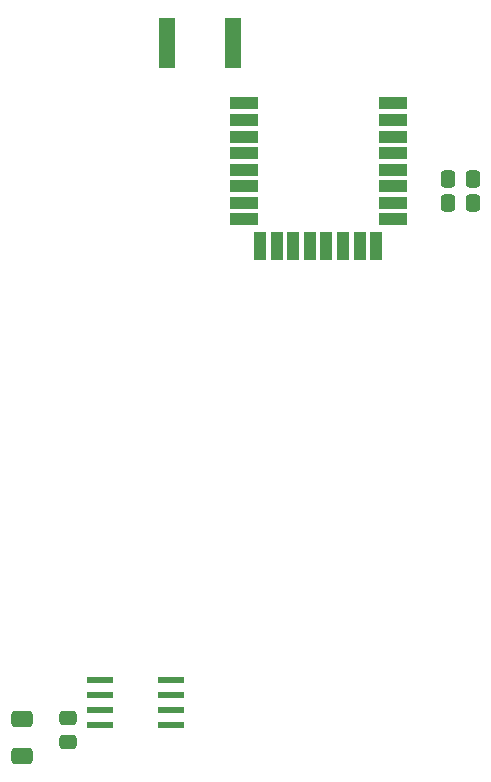
<source format=gbr>
%TF.GenerationSoftware,KiCad,Pcbnew,(6.0.1)*%
%TF.CreationDate,2022-05-30T15:44:07+02:00*%
%TF.ProjectId,pcbV10,70636256-3130-42e6-9b69-6361645f7063,rev?*%
%TF.SameCoordinates,Original*%
%TF.FileFunction,Paste,Bot*%
%TF.FilePolarity,Positive*%
%FSLAX46Y46*%
G04 Gerber Fmt 4.6, Leading zero omitted, Abs format (unit mm)*
G04 Created by KiCad (PCBNEW (6.0.1)) date 2022-05-30 15:44:07*
%MOMM*%
%LPD*%
G01*
G04 APERTURE LIST*
G04 Aperture macros list*
%AMRoundRect*
0 Rectangle with rounded corners*
0 $1 Rounding radius*
0 $2 $3 $4 $5 $6 $7 $8 $9 X,Y pos of 4 corners*
0 Add a 4 corners polygon primitive as box body*
4,1,4,$2,$3,$4,$5,$6,$7,$8,$9,$2,$3,0*
0 Add four circle primitives for the rounded corners*
1,1,$1+$1,$2,$3*
1,1,$1+$1,$4,$5*
1,1,$1+$1,$6,$7*
1,1,$1+$1,$8,$9*
0 Add four rect primitives between the rounded corners*
20,1,$1+$1,$2,$3,$4,$5,0*
20,1,$1+$1,$4,$5,$6,$7,0*
20,1,$1+$1,$6,$7,$8,$9,0*
20,1,$1+$1,$8,$9,$2,$3,0*%
G04 Aperture macros list end*
%ADD10R,1.350000X4.200000*%
%ADD11RoundRect,0.250000X-0.337500X-0.475000X0.337500X-0.475000X0.337500X0.475000X-0.337500X0.475000X0*%
%ADD12R,2.450000X1.000000*%
%ADD13R,1.000000X2.450000*%
%ADD14RoundRect,0.250000X-0.475000X0.337500X-0.475000X-0.337500X0.475000X-0.337500X0.475000X0.337500X0*%
%ADD15RoundRect,0.250000X-0.650000X0.412500X-0.650000X-0.412500X0.650000X-0.412500X0.650000X0.412500X0*%
%ADD16R,2.200000X0.600000*%
G04 APERTURE END LIST*
D10*
%TO.C,J14*%
X97925000Y-52100000D03*
X92275000Y-52100000D03*
%TD*%
D11*
%TO.C,C40*%
X116120000Y-65659000D03*
X118195000Y-65659000D03*
%TD*%
%TO.C,C41*%
X116120000Y-63627000D03*
X118195000Y-63627000D03*
%TD*%
D12*
%TO.C,DWM1*%
X111400000Y-57201200D03*
X111400000Y-58601200D03*
X111400000Y-60001200D03*
X111400000Y-61401200D03*
X111400000Y-62801200D03*
X111400000Y-64201200D03*
X111400000Y-65601200D03*
X111400000Y-67001200D03*
D13*
X110000000Y-69296200D03*
X108600000Y-69296200D03*
X107200000Y-69296200D03*
X105800000Y-69296200D03*
X104400000Y-69296200D03*
X103000000Y-69296200D03*
X101600000Y-69296200D03*
X100200000Y-69296200D03*
D12*
X98800000Y-67000000D03*
X98800000Y-65600000D03*
X98800000Y-64201200D03*
X98800000Y-62801200D03*
X98800000Y-61401200D03*
X98800000Y-60001200D03*
X98800000Y-58601200D03*
X98800000Y-57201200D03*
%TD*%
D14*
%TO.C,C21*%
X83900000Y-109212500D03*
X83900000Y-111287500D03*
%TD*%
D15*
%TO.C,C34*%
X80050000Y-109287500D03*
X80050000Y-112412500D03*
%TD*%
D16*
%TO.C,U25*%
X92650000Y-106045000D03*
X92650000Y-107315000D03*
X92650000Y-108585000D03*
X92650000Y-109855000D03*
X86650000Y-109855000D03*
X86650000Y-108585000D03*
X86650000Y-107315000D03*
X86650000Y-106045000D03*
%TD*%
M02*

</source>
